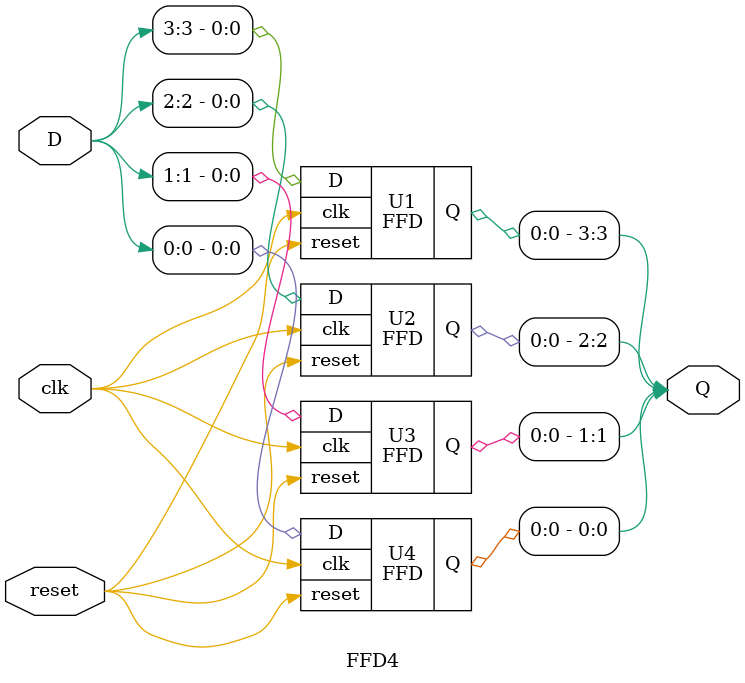
<source format=v>


module FFD(input wire clk, reset, D, output reg Q);

  always @(posedge clk or posedge reset)
    begin
      if (reset)
        Q <= 1'b0;
      else
        Q <= D;
    end
endmodule

// Flip Flop 4 bits
module FFD4(input wire clk, reset, input wire [3:0] D, output reg [3:0] Q);


  FFD U1(clk, reset, D[3], Q[3]);
  FFD U2(clk, reset, D[2], Q[2]);
  FFD U3(clk, reset, D[1], Q[1]);
  FFD U4(clk, reset, D[0], Q[0]);


endmodule


</source>
